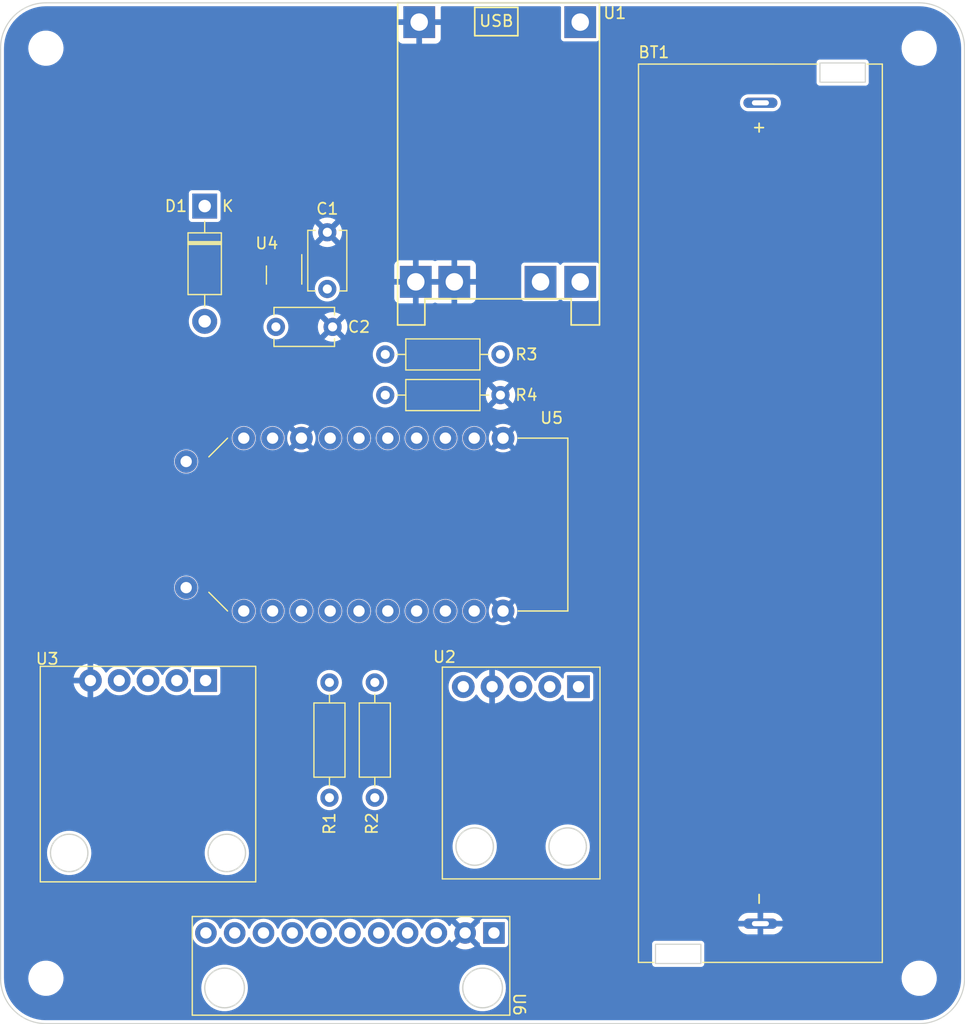
<source format=kicad_pcb>
(kicad_pcb (version 20211014) (generator pcbnew)
  (layers (0 "F.Cu" signal) (31 "B.Cu" power) (34 "B.Paste" user) (35 "F.Paste" user) (36 "B.SilkS" user "B.Silkscreen") (37 "F.SilkS" user "F.Silkscreen") (38 "B.Mask" user) (39 "F.Mask" user) (44 "Edge.Cuts" user))
  (net 0 "")
  (net 1 "VCC")
  (net 2 "GND")
  (net 3 "+3V0")
  (net 4 "Net-(D1-Pad1)")
  (net 5 "VBUS")
  (net 6 "/VBAT")
  (net 7 "/SDA")
  (net 8 "/SCL")
  (net 9 "Net-(R3-Pad2)")
  (net 15 "/INT1")
  (footprint "custom:MODULE_NRF52840-DONGLE" (layer "F.Cu") (at 107 96 180)
    (fp_text reference "U5" (at -21.59 9.398) (layer "F.SilkS"))
    (fp_text value "NRF52840-DONGLE")
    (fp_line (start -23.02 7.62) (end -18.65 7.62) (layer "F.SilkS") (width 0.127))
    (fp_line (start 6.985 -7.62) (end 8.636 -5.969) (layer "F.SilkS") (width 0.12))
    (fp_line (start -23.02 -7.62) (end -23.02 7.62) (layer "F.SilkS") (width 0.127))
    (fp_line (start 6.985 7.62) (end 8.636 5.969) (layer "F.SilkS") (width 0.12))
    (fp_line (start -18.65 -7.62) (end -23.02 -7.62) (layer "F.SilkS") (width 0.127))
    (pad "0.02" thru_hole circle (at -7.145 7.62 180) (size 2 2) (drill 1) (layers *.Cu *.Mask) (net 9 "Net-(R3-Pad2)"))
    (pad "0.09" thru_hole circle (at -12.225 -7.62 180) (size 2 2) (drill 1) (layers *.Cu *.Mask))
    (pad "0.10" thru_hole circle (at -14.765 -7.62 180) (size 2 2) (drill 1) (layers *.Cu *.Mask))
    (pad "0.13" thru_hole circle (at 5.555 -7.62 180) (size 2 2) (drill 1) (layers *.Cu *.Mask) (net 7 "/SDA"))
    (pad "0.15" thru_hole circle (at 3.015 -7.62 180) (size 2 2) (drill 1) (layers *.Cu *.Mask) (net 8 "/SCL"))
    (pad "0.17" thru_hole circle (at 0.475 -7.62 180) (size 2 2) (drill 1) (layers *.Cu *.Mask) (net 15 "/INT1"))
    (pad "0.20" thru_hole circle (at -2.065 -7.62 180) (size 2 2) (drill 1) (layers *.Cu *.Mask))
    (pad "0.22" thru_hole circle (at -4.605 -7.62 180) (size 2 2) (drill 1) (layers *.Cu *.Mask))
    (pad "0.24" thru_hole circle (at -7.145 -7.62 180) (size 2 2) (drill 1) (layers *.Cu *.Mask))
    (pad "0.29" thru_hole circle (at -4.605 7.62 180) (size 2 2) (drill 1) (layers *.Cu *.Mask))
    (pad "0.31" thru_hole circle (at -2.065 7.62 180) (size 2 2) (drill 1) (layers *.Cu *.Mask))
    (pad "1.00" thru_hole circle (at -9.685 -7.62 180) (size 2 2) (drill 1) (layers *.Cu *.Mask))
    (pad "1.10" thru_hole circle (at -14.765 7.62 180) (size 2 2) (drill 1) (layers *.Cu *.Mask))
    (pad "1.13" thru_hole circle (at -12.225 7.62 180) (size 2 2) (drill 1) (layers *.Cu *.Mask))
    (pad "1.15" thru_hole circle (at -9.685 7.62 180) (size 2 2) (drill 1) (layers *.Cu *.Mask))
    (pad "G1" thru_hole circle (at -17.305 -7.62 180) (size 2 2) (drill 1) (layers *.Cu *.Mask) (net 2 "GND"))
    (pad "G2" thru_hole circle (at -17.305 7.62 180) (size 2 2) (drill 1) (layers *.Cu *.Mask) (net 2 "GND"))
    (pad "G3" thru_hole circle (at 0.475 7.62 180) (size 2 2) (drill 1) (layers *.Cu *.Mask) (net 2 "GND"))
    (pad "OUT" thru_hole circle (at 3.015 7.62 180) (size 2 2) (drill 1) (layers *.Cu *.Mask) (net 3 "+3V0"))
    (pad "SWDCLK" thru_hole circle (at 10.635 5.56 180) (size 2 2) (drill 1) (layers *.Cu *.Mask))
    (pad "SWDIO" thru_hole circle (at 10.635 -5.56 180) (size 2 2) (drill 1) (layers *.Cu *.Mask))
    (pad "VBUS" thru_hole circle (at 5.555 7.62 180) (size 2 2) (drill 1) (layers *.Cu *.Mask) (net 5 "VBUS"))
  )
  (footprint "custom:TP4056-18650" (layer "F.Cu") (at 132.8125 50 -90)
    (fp_text reference "U1" (at 0.9045 -1.3475) (layer "F.SilkS"))
    (fp_text value "TP4056")
    (fp_text user "USB" (at 1.6 9.1) (layer "F.SilkS"))
    (fp_line (start 28.4 15.4) (end 28.4 15.7) (layer "F.SilkS") (width 0.15))
    (fp_line (start 26.1 2.5) (end 26.1 15.4) (layer "F.SilkS") (width 0.15))
    (fp_line (start 2.9 11) (end 0.4 11) (layer "F.SilkS") (width 0.15))
    (fp_line (start 0.4 7.2) (end 2.9 7.2) (layer "F.SilkS") (width 0.15))
    (fp_line (start 28.4 17.8) (end 0 17.8) (layer "F.SilkS") (width 0.15))
    (fp_line (start 26.3 0) (end 28.4 0) (layer "F.SilkS") (width 0.15))
    (fp_line (start 0 0) (end 26.3 0) (layer "F.SilkS") (width 0.15))
    (fp_line (start 28.4 0) (end 28.4 2.5) (layer "F.SilkS") (width 0.15))
    (fp_line (start 28.4 2.5) (end 26.1 2.5) (layer "F.SilkS") (width 0.15))
    (fp_line (start 28.4 15.7) (end 28.4 17.8) (layer "F.SilkS") (width 0.15))
    (fp_line (start 2.9 7.2) (end 2.9 11) (layer "F.SilkS") (width 0.15))
    (fp_line (start 26.1 15.4) (end 26.4 15.4) (layer "F.SilkS") (width 0.15))
    (fp_line (start 0 17.8) (end 0 0) (layer "F.SilkS") (width 0.15))
    (fp_line (start 26.3 15.4) (end 28.4 15.4) (layer "F.SilkS") (width 0.15))
    (fp_line (start 0.4 11) (end 0.4 7.3) (layer "F.SilkS") (width 0.15))
    (pad "1" thru_hole rect (at 1.7 1.7 270) (size 2.8 2.8) (drill 1.54) (layers *.Cu *.Mask) (net 4 "Net-(D1-Pad1)"))
    (pad "2" thru_hole rect (at 1.7 15.9 270) (size 2.8 2.8) (drill 1.54) (layers *.Cu *.Mask) (net 2 "GND"))
    (pad "3" thru_hole rect (at 24.6 1.7 270) (size 2.8 2.8) (drill 1.54) (layers *.Cu *.Mask) (net 1 "VCC"))
    (pad "4" thru_hole rect (at 24.6 5.2 270) (size 2.8 2.8) (drill 1.54) (layers *.Cu *.Mask) (net 6 "/VBAT"))
    (pad "5" thru_hole rect (at 24.6 12.8 270) (size 2.8 2.8) (drill 1.54) (layers *.Cu *.Mask) (net 2 "GND"))
    (pad "6" thru_hole rect (at 24.6 16.2 270) (size 2.8 2.8) (drill 1.54) (layers *.Cu *.Mask) (net 2 "GND"))
  )
  (footprint "Resistor_THT:R_Axial_DIN0207_L6.3mm_D2.5mm_P10.16mm_Horizontal" (layer "F.Cu") (at 124.08 81 180)
    (fp_text reference "R3" (at -2.286 0) (layer "F.SilkS"))
    (fp_text value "100k")
    (fp_line (start 8.35 1.37) (end 8.35 -1.37) (layer "F.SilkS") (width 0.12))
    (fp_line (start 9.12 0) (end 8.35 0) (layer "F.SilkS") (width 0.12))
    (fp_line (start 1.81 1.37) (end 8.35 1.37) (layer "F.SilkS") (width 0.12))
    (fp_line (start 8.35 -1.37) (end 1.81 -1.37) (layer "F.SilkS") (width 0.12))
    (fp_line (start 1.81 -1.37) (end 1.81 1.37) (layer "F.SilkS") (width 0.12))
    (fp_line (start 1.04 0) (end 1.81 0) (layer "F.SilkS") (width 0.12))
    (pad "1" thru_hole circle (at 0 0 180) (size 1.6 1.6) (drill 0.8) (layers *.Cu *.Mask) (net 6 "/VBAT"))
    (pad "2" thru_hole oval (at 10.16 0 180) (size 1.6 1.6) (drill 0.8) (layers *.Cu *.Mask) (net 9 "Net-(R3-Pad2)"))
  )
  (footprint "Resistor_THT:R_Axial_DIN0207_L6.3mm_D2.5mm_P10.16mm_Horizontal" (layer "F.Cu") (at 113 109.92 -90)
    (fp_text reference "R2" (at 12.446 0.254 90) (layer "F.SilkS"))
    (fp_text value "4.7k")
    (fp_line (start 8.35 1.37) (end 8.35 -1.37) (layer "F.SilkS") (width 0.12))
    (fp_line (start 1.81 -1.37) (end 1.81 1.37) (layer "F.SilkS") (width 0.12))
    (fp_line (start 1.81 1.37) (end 8.35 1.37) (layer "F.SilkS") (width 0.12))
    (fp_line (start 9.12 0) (end 8.35 0) (layer "F.SilkS") (width 0.12))
    (fp_line (start 8.35 -1.37) (end 1.81 -1.37) (layer "F.SilkS") (width 0.12))
    (fp_line (start 1.04 0) (end 1.81 0) (layer "F.SilkS") (width 0.12))
    (pad "1" thru_hole circle (at 0 0 270) (size 1.6 1.6) (drill 0.8) (layers *.Cu *.Mask) (net 8 "/SCL"))
    (pad "2" thru_hole oval (at 10.16 0 270) (size 1.6 1.6) (drill 0.8) (layers *.Cu *.Mask) (net 3 "+3V0"))
  )
  (footprint "custom:BH1750" (layer "F.Cu") (at 132.855 127.2395 180)
    (fp_text reference "U2" (at 13.713 19.569 unlocked) (layer "F.SilkS"))
    (fp_text value "BH1750")
    (fp_line (start 0 0) (end 0 18.669) (layer "F.SilkS") (width 0.12))
    (fp_line (start 13.9 0) (end 13.9 18.669) (layer "F.SilkS") (width 0.12))
    (fp_line (start 0 0) (end 13.9 0) (layer "F.SilkS") (width 0.12))
    (fp_line (start 0 18.669) (end 13.9 18.669) (layer "F.SilkS") (width 0.12))
    (fp_circle (center 11.05 2.85) (end 12.7 2.85) (layer "Edge.Cuts") (width 0.12) (fill none))
    (fp_circle (center 2.85 2.85) (end 4.5 2.85) (layer "Edge.Cuts") (width 0.12) (fill none))
    (pad "1" thru_hole rect (at 1.893 16.95 270) (size 2 2) (drill 1) (layers *.Cu *.Mask))
    (pad "2" thru_hole oval (at 4.433 16.95 270) (size 2 2) (drill 1) (layers *.Cu *.Mask) (net 7 "/SDA"))
    (pad "3" thru_hole oval (at 6.973 16.95 270) (size 2 2) (drill 1) (layers *.Cu *.Mask) (net 8 "/SCL"))
    (pad "4" thru_hole oval (at 9.513 16.95 270) (size 2 2) (drill 1) (layers *.Cu *.Mask) (net 2 "GND"))
    (pad "5" thru_hole oval (at 12.053 16.95 270) (size 2 2) (drill 1) (layers *.Cu *.Mask) (net 3 "+3V0"))
  )
  (footprint "MountingHole:MountingHole_2.5mm" (layer "F.Cu") (at 161 54)
    (fp_text reference "H2" hide)
    (fp_text value "MountingHole" hide)
    (pad "" np_thru_hole circle (at 0 0) (size 2.5 2.5) (drill 2.5) (layers *.Cu *.Mask))
  )
  (footprint "MountingHole:MountingHole_2.5mm" (layer "F.Cu") (at 84 136)
    (fp_text reference "H4" hide)
    (fp_text value "MountingHole" hide)
    (pad "" np_thru_hole circle (at 0 0) (size 2.5 2.5) (drill 2.5) (layers *.Cu *.Mask))
  )
  (footprint "Resistor_THT:R_Axial_DIN0207_L6.3mm_D2.5mm_P10.16mm_Horizontal" (layer "F.Cu") (at 124.08 84.582 180)
    (fp_text reference "R4" (at -2.286 0) (layer "F.SilkS"))
    (fp_text value "100k")
    (fp_line (start 9.12 0) (end 8.35 0) (layer "F.SilkS") (width 0.12))
    (fp_line (start 1.04 0) (end 1.81 0) (layer "F.SilkS") (width 0.12))
    (fp_line (start 8.35 -1.37) (end 1.81 -1.37) (layer "F.SilkS") (width 0.12))
    (fp_line (start 8.35 1.37) (end 8.35 -1.37) (layer "F.SilkS") (width 0.12))
    (fp_line (start 1.81 1.37) (end 8.35 1.37) (layer "F.SilkS") (width 0.12))
    (fp_line (start 1.81 -1.37) (end 1.81 1.37) (layer "F.SilkS") (width 0.12))
    (pad "1" thru_hole circle (at 0 0 180) (size 1.6 1.6) (drill 0.8) (layers *.Cu *.Mask) (net 2 "GND"))
    (pad "2" thru_hole oval (at 10.16 0 180) (size 1.6 1.6) (drill 0.8) (layers *.Cu *.Mask) (net 9 "Net-(R3-Pad2)"))
  )
  (footprint "Package_TO_SOT_SMD:SOT-23-5" (layer "F.Cu") (at 105 74 -90)
    (fp_text reference "U4" (at -2.794 1.524) (layer "F.SilkS"))
    (fp_text value "BU30TD3WG")
    (fp_line (start 0 -1.56) (end -1.8 -1.56) (layer "F.SilkS") (width 0.12))
    (fp_line (start 0 1.56) (end -0.8 1.56) (layer "F.SilkS") (width 0.12))
    (fp_line (start 0 -1.56) (end 0.8 -1.56) (layer "F.SilkS") (width 0.12))
    (fp_line (start 0 1.56) (end 0.8 1.56) (layer "F.SilkS") (width 0.12))
    (pad "1" smd roundrect (at -1.1375 -0.95 270) (size 1.325 0.6) (layers "F.Cu" "F.Paste" "F.Mask") (net 1 "VCC"))
    (pad "2" smd roundrect (at -1.1375 0 270) (size 1.325 0.6) (layers "F.Cu" "F.Paste" "F.Mask") (net 2 "GND"))
    (pad "3" smd roundrect (at -1.1375 0.95 270) (size 1.325 0.6) (layers "F.Cu" "F.Paste" "F.Mask") (net 1 "VCC"))
    (pad "4" smd roundrect (at 1.1375 0.95 270) (size 1.325 0.6) (layers "F.Cu" "F.Paste" "F.Mask"))
    (pad "5" smd roundrect (at 1.1375 -0.95 270) (size 1.325 0.6) (layers "F.Cu" "F.Paste" "F.Mask") (net 3 "+3V0"))
  )
  (footprint "custom:BME688" (layer "F.Cu") (at 93 118 180)
    (fp_text reference "U3" (at 8.89 10.16 unlocked) (layer "F.SilkS"))
    (fp_text value "BME688")
    (fp_line (start -9.5 -9.5) (end -9.5 9.5) (layer "F.SilkS") (width 0.12))
    (fp_line (start -9.5 9.5) (end 9.5 9.5) (layer "F.SilkS") (width 0.12))
    (fp_line (start -9.5 -9.5) (end 9.5 -9.5) (layer "F.SilkS") (width 0.12))
    (fp_line (start 9.5 -9.5) (end 9.5 9.5) (layer "F.SilkS") (width 0.12))
    (fp_circle (center 6.95 -6.95) (end 8.6 -6.95) (layer "Edge.Cuts") (width 0.12) (fill none))
    (fp_circle (center -6.95 -6.95) (end -5.3 -6.95) (layer "Edge.Cuts") (width 0.12) (fill none))
    (pad "1" thru_hole rect (at -5.08 8.25 270) (size 2 2) (drill 1) (layers *.Cu *.Mask) (net 3 "+3V0"))
    (pad "2" thru_hole oval (at -2.54 8.25 270) (size 2 2) (drill 1) (layers *.Cu *.Mask) (net 7 "/SDA"))
    (pad "3" thru_hole oval (at 0 8.25 270) (size 2 2) (drill 1) (layers *.Cu *.Mask) (net 8 "/SCL"))
    (pad "4" thru_hole oval (at 2.54 8.25 270) (size 2 2) (drill 1) (layers *.Cu *.Mask))
    (pad "5" thru_hole oval (at 5.08 8.25 270) (size 2 2) (drill 1) (layers *.Cu *.Mask) (net 2 "GND"))
  )
  (footprint "custom:KLS5-18650-005" (layer "F.Cu") (at 147 95 -90)
    (fp_text reference "BT1" (at -40.64 9.398 unlocked) (layer "F.SilkS"))
    (fp_text value "3.7V Li-ion")
    (fp_line (start -39.6 -10.75) (end 39.6 -10.75) (layer "F.SilkS") (width 0.12))
    (fp_line (start -39.6 10.75) (end 39.6 10.75) (layer "F.SilkS") (width 0.12))
    (fp_line (start 39.6 -10.75) (end 39.6 5.08) (layer "F.SilkS") (width 0.12))
    (fp_line (start -39.5986 -5.0546) (end -39.6 10.75) (layer "F.SilkS") (width 0.12))
    (fp_line (start -39.6 -10.75) (end -39.5986 -9.4234) (layer "F.SilkS") (width 0.12))
    (fp_line (start 39.6 9.398) (end 39.6 10.75) (layer "F.SilkS") (width 0.12))
    (fp_rect (start 39.7 9.25) (end 38 5.25) (layer "Edge.Cuts") (width 0.1) (fill none))
    (fp_rect (start -39.7 -9.25) (end -38 -5.25) (layer "Edge.Cuts") (width 0.1) (fill none))
    (pad "1" thru_hole oval (at -36.185 0 270) (size 0.9 3) (drill oval 0.45 1.5) (layers *.Cu *.Mask) (net 6 "/VBAT"))
    (pad "2" thru_hole oval (at 36.185 0 270) (size 0.9 3) (drill oval 0.45 1.5) (layers *.Cu *.Mask) (net 2 "GND"))
  )
  (footprint "Diode_THT:D_DO-41_SOD81_P10.16mm_Horizontal" (layer "F.Cu") (at 98 67.92 -90)
    (fp_text reference "D1" (at 0 2.54) (layer "F.SilkS"))
    (fp_text value "1N5817")
    (fp_text user "K" (at 0 -2.032) (layer "F.SilkS"))
    (fp_line (start 1.34 0) (end 2.36 0) (layer "F.SilkS") (width 0.12))
    (fp_line (start 7.8 1.47) (end 7.8 -1.47) (layer "F.SilkS") (width 0.12))
    (fp_line (start 3.14 -1.47) (end 3.14 1.47) (layer "F.SilkS") (width 0.12))
    (fp_line (start 2.36 -1.47) (end 2.36 1.47) (layer "F.SilkS") (width 0.12))
    (fp_line (start 3.38 -1.47) (end 3.38 1.47) (layer "F.SilkS") (width 0.12))
    (fp_line (start 3.26 -1.47) (end 3.26 1.47) (layer "F.SilkS") (width 0.12))
    (fp_line (start 2.36 1.47) (end 7.8 1.47) (layer "F.SilkS") (width 0.12))
    (fp_line (start 8.82 0) (end 7.8 0) (layer "F.SilkS") (width 0.12))
    (fp_line (start 7.8 -1.47) (end 2.36 -1.47) (layer "F.SilkS") (width 0.12))
    (pad "1" thru_hole rect (at 0 0 270) (size 2.2 2.2) (drill 1.1) (layers *.Cu *.Mask) (net 4 "Net-(D1-Pad1)"))
    (pad "2" thru_hole oval (at 10.16 0 270) (size 2.2 2.2) (drill 1.1) (layers *.Cu *.Mask) (net 5 "VBUS"))
  )
  (footprint "Capacitor_THT:C_Disc_D5.1mm_W3.2mm_P5.00mm" (layer "F.Cu") (at 104.278 78.572)
    (fp_text reference "C2" (at 7.326 0) (layer "F.SilkS"))
    (fp_text value "1u")
    (fp_line (start -0.17 -1.721) (end 5.17 -1.721) (layer "F.SilkS") (width 0.12))
    (fp_line (start -0.17 1.055) (end -0.17 1.721) (layer "F.SilkS") (width 0.12))
    (fp_line (start -0.17 -1.721) (end -0.17 -1.055) (layer "F.SilkS") (width 0.12))
    (fp_line (start 5.17 1.055) (end 5.17 1.721) (layer "F.SilkS") (width 0.12))
    (fp_line (start -0.17 1.721) (end 5.17 1.721) (layer "F.SilkS") (width 0.12))
    (fp_line (start 5.17 -1.721) (end 5.17 -1.055) (layer "F.SilkS") (width 0.12))
    (pad "1" thru_hole circle (at 0 0) (size 1.6 1.6) (drill 0.8) (layers *.Cu *.Mask) (net 3 "+3V0"))
    (pad "2" thru_hole circle (at 5 0) (size 1.6 1.6) (drill 0.8) (layers *.Cu *.Mask) (net 2 "GND"))
  )
  (footprint "Resistor_THT:R_Axial_DIN0207_L6.3mm_D2.5mm_P10.16mm_Horizontal" (layer "F.Cu") (at 109 120.08 90)
    (fp_text reference "R1" (at -2.286 0 90) (layer "F.SilkS"))
    (fp_text value "4.7k")
    (fp_line (start 8.35 -1.37) (end 1.81 -1.37) (layer "F.SilkS") (width 0.12))
    (fp_line (start 9.12 0) (end 8.35 0) (layer "F.SilkS") (width 0.12))
    (fp_line (start 1.81 -1.37) (end 1.81 1.37) (layer "F.SilkS") (width 0.12))
    (fp_line (start 8.35 1.37) (end 8.35 -1.37) (layer "F.SilkS") (width 0.12))
    (fp_line (start 1.81 1.37) (end 8.35 1.37) (layer "F.SilkS") (width 0.12))
    (fp_line (start 1.04 0) (end 1.81 0) (layer "F.SilkS") (width 0.12))
    (pad "1" thru_hole circle (at 0 0 90) (size 1.6 1.6) (drill 0.8) (layers *.Cu *.Mask) (net 3 "+3V0"))
    (pad "2" thru_hole oval (at 10.16 0 90) (size 1.6 1.6) (drill 0.8) (layers *.Cu *.Mask) (net 7 "/SDA"))
  )
  (footprint "Capacitor_THT:C_Disc_D5.1mm_W3.2mm_P5.00mm" (layer "F.Cu") (at 108.81 75.23 90)
    (fp_text reference "C1" (at 7.072 0) (layer "F.SilkS"))
    (fp_text value "1u")
    (fp_line (start -0.17 1.721) (end 5.17 1.721) (layer "F.SilkS") (width 0.12))
    (fp_line (start 5.17 -1.721) (end 5.17 -1.055) (layer "F.SilkS") (width 0.12))
    (fp_line (start -0.17 -1.721) (end 5.17 -1.721) (layer "F.SilkS") (width 0.12))
    (fp_line (start -0.17 -1.721) (end -0.17 -1.055) (layer "F.SilkS") (width 0.12))
    (fp_line (start 5.17 1.055) (end 5.17 1.721) (layer "F.SilkS") (width 0.12))
    (fp_line (start -0.17 1.055) (end -0.17 1.721) (layer "F.SilkS") (width 0.12))
    (pad "1" thru_hole circle (at 0 0 90) (size 1.6 1.6) (drill 0.8) (layers *.Cu *.Mask) (net 1 "VCC"))
    (pad "2" thru_hole circle (at 5 0 90) (size 1.6 1.6) (drill 0.8) (layers *.Cu *.Mask) (net 2 "GND"))
  )
  (footprint "MountingHole:MountingHole_2.5mm" (layer "F.Cu") (at 84 54)
    (fp_text reference "H1" hide)
    (fp_text value "MountingHole" hide)
    (pad "" np_thru_hole circle (at 0 0) (size 2.5 2.5) (drill 2.5) (layers *.Cu *.Mask))
  )
  (footprint "MountingHole:MountingHole_2.5mm" (layer "F.Cu") (at 161 136)
    (fp_text reference "H3" hide)
    (fp_text value "MountingHole" hide)
    (pad "" np_thru_hole circle (at 0 0) (size 2.5 2.5) (drill 2.5) (layers *.Cu *.Mask))
  )
  (footprint "custom:LIS3DH" (layer "F.Cu") (at 124.903 139.255 180)
    (fp_text reference "U6" (at -0.827 0.953 270 unlocked) (layer "F.SilkS"))
    (fp_text value "LIS3DH")
    (fp_line (start 0 8.7) (end 28 8.7) (layer "F.SilkS") (width 0.12))
    (fp_line (start 28 8.7) (end 28 0) (layer "F.SilkS") (width 0.12))
    (fp_line (start 0 0) (end 0 8.7) (layer "F.SilkS") (width 0.12))
    (fp_line (start 0 0) (end 28 0) (layer "F.SilkS") (width 0.12))
    (fp_circle (center 2.4 2.4) (end 4.15 2.4) (layer "Edge.Cuts") (width 0.12) (fill none))
    (fp_circle (center 25.15 2.4) (end 26.9 2.4) (layer "Edge.Cuts") (width 0.12) (fill none))
    (pad "1" thru_hole rect (at 1.397 7.25 270) (size 1.9 1.9) (drill 1) (layers *.Cu *.Mask) (net 3 "+3V0"))
    (pad "2" thru_hole circle (at 3.937 7.25 270) (size 1.9 1.9) (drill 1) (layers *.Cu *.Mask) (net 2 "GND"))
    (pad "3" thru_hole circle (at 6.477 7.25 270) (size 1.9 1.9) (drill 1) (layers *.Cu *.Mask) (net 8 "/SCL"))
    (pad "4" thru_hole circle (at 9.017 7.25 270) (size 1.9 1.9) (drill 1) (layers *.Cu *.Mask) (net 7 "/SDA"))
    (pad "5" thru_hole circle (at 11.557 7.25 270) (size 1.9 1.9) (drill 1) (layers *.Cu *.Mask))
    (pad "6" thru_hole circle (at 14.097 7.25 270) (size 1.9 1.9) (drill 1) (layers *.Cu *.Mask))
    (pad "7" thru_hole circle (at 16.637 7.25 270) (size 1.9 1.9) (drill 1) (layers *.Cu *.Mask))
    (pad "8" thru_hole circle (at 19.177 7.25 270) (size 1.9 1.9) (drill 1) (layers *.Cu *.Mask) (net 15 "/INT1"))
    (pad "9" thru_hole circle (at 21.717 7.25 270) (size 1.9 1.9) (drill 1) (layers *.Cu *.Mask))
    (pad "10" thru_hole circle (at 24.257 7.25 270) (size 1.9 1.9) (drill 1) (layers *.Cu *.Mask))
    (pad "11" thru_hole circle (at 26.797 7.25 270) (size 1.9 1.9) (drill 1) (layers *.Cu *.Mask))
  )
  (gr_line (start 161 140) (end 84 140) (layer "Edge.Cuts") (width 0.1))
  (gr_arc (start 165 136) (mid 163.828427 138.828427) (end 161 140) (layer "Edge.Cuts") (width 0.1))
  (gr_line (start 165 54) (end 165 136) (layer "Edge.Cuts") (width 0.1))
  (gr_arc (start 161 50) (mid 163.828427 51.171573) (end 165 54) (layer "Edge.Cuts") (width 0.1))
  (gr_arc (start 84 140) (mid 81.171573 138.828427) (end 80 136) (layer "Edge.Cuts") (width 0.1))
  (gr_line (start 80 54) (end 80 136) (layer "Edge.Cuts") (width 0.1))
  (gr_line (start 84 50) (end 161 50) (layer "Edge.Cuts") (width 0.1))
  (gr_arc (start 80 54) (mid 81.171573 51.171573) (end 84 50) (layer "Edge.Cuts") (width 0.1))
  (gr_text "+" (at 146.812 61 90) (layer "F.SilkS") (effects (font (size 1 1))))
  (gr_text "-\n" (at 146.812 129 90) (layer "F.SilkS") (effects (font (size 1 1))))
  (zone (net 2) (net_name "GND") (layer "B.Cu") (connect_pads (clearance 0.3)) (min_thickness 0.2) (fill yes (thermal_gap 0.5) (thermal_bridge_width 0.5))
    (polygon (pts (xy 165 140) (xy 80 140) (xy 80 50) (xy 165 50)))
  )
)
</source>
